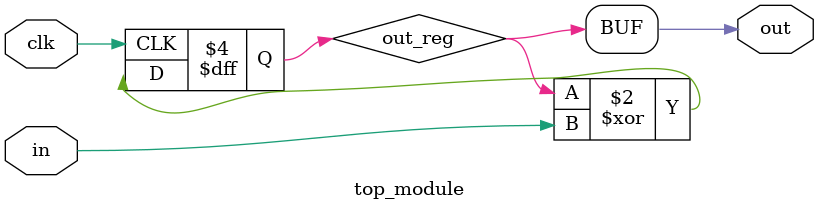
<source format=sv>
module top_module (
	input clk,
	input in,
	output logic out
);
	reg out_reg;
	
	always @(posedge clk) begin
		out_reg <= out_reg ^ in;
	end
	
	assign out = out_reg;
	
	initial begin
		out_reg = 0;
	end
endmodule

</source>
